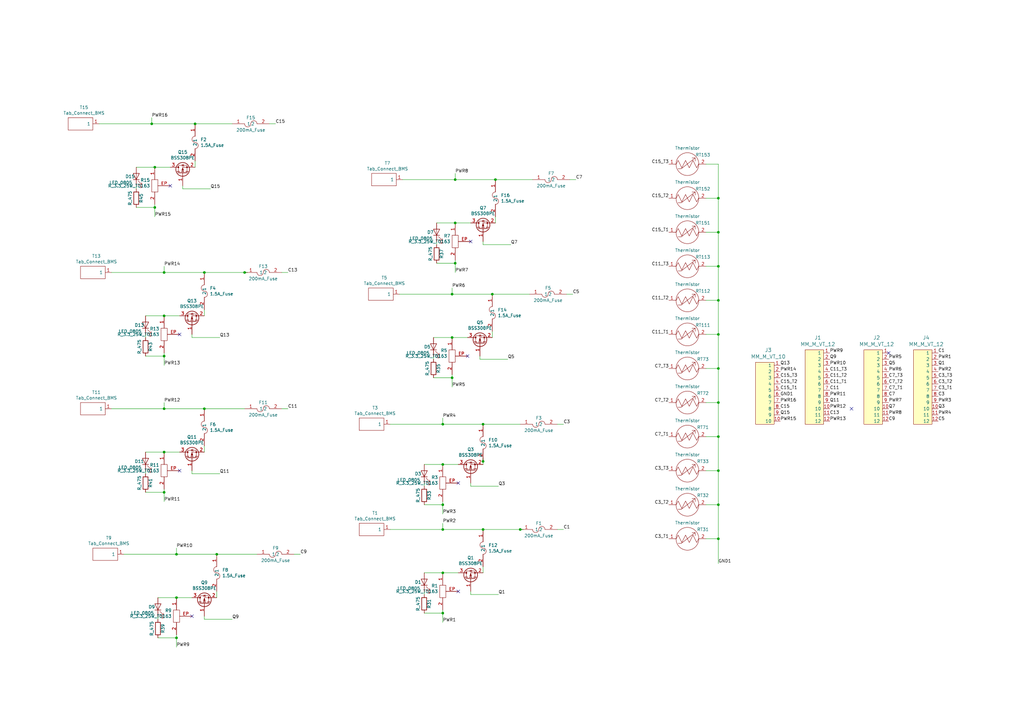
<source format=kicad_sch>
(kicad_sch (version 20211123) (generator eeschema)
  (paper "A3")
  (lib_symbols
    (symbol "formula:Tab_Connect_BMS" (pin_names (offset 1.016))
      (property "Reference" "T" (at 0 5.08 0))
      (property "Value" "Tab_Connect_BMS" (at 0 7.62 0))
      (symbol "Tab_Connect_BMS_0_1"
        (polyline (pts (xy -5.08 2.54) (xy 5.08 2.54) (xy 5.08 -2.54) (xy -5.08 -2.54) (xy -5.08 2.54)))
      )
      (symbol "Tab_Connect_BMS_1_1"
        (pin output line (at 7.62 0 180) (length 2.54) (name "1") (number "1"))
      )
    )
    (symbol "formula:1.5A_Fuse" (pin_names (offset 1.016))
      (property "Reference" "F" (at 0 3.81 0))
      (property "Value" "1.5A_Fuse" (at 0 -3.81 0))
      (symbol "1.5A_Fuse_0_1"
        (arc (start -2.54 0) (mid -1.27 -1.27) (end 0 0))
        (arc (start 1.27 1.27) (mid 0.3554 0.9071) (end 0 0))
        (arc (start 2.54 0) (mid 2.1771 0.9146) (end 1.27 1.27))
      )
      (symbol "1.5A_Fuse_1_1"
        (pin input line (at -7.62 0 0) (length 5.08) (name "1") (number "1"))
        (pin input line (at 7.62 0 180) (length 5.08) (name "2") (number "2"))
      )
    )
    (symbol "formula:200mA_Fuse" (pin_names (offset 1.016))
      (property "Reference" "F" (at 0 3.81 0))
      (property "Value" "200mA_Fuse" (at 0 -3.81 0))
      (symbol "200mA_Fuse_0_1"
        (arc (start -2.54 0) (mid -1.27 -1.27) (end 0 0))
        (arc (start 1.27 1.27) (mid 0.3554 0.9071) (end 0 0))
        (arc (start 2.54 0) (mid 2.1771 0.9146) (end 1.27 1.27))
      )
      (symbol "200mA_Fuse_1_1"
        (pin input line (at -7.62 0 0) (length 5.08) (name "1") (number "1"))
        (pin input line (at 7.62 0 180) (length 5.08) (name "2") (number "2"))
      )
    )
    (symbol "formula:BSS308PE" (pin_names (offset 0) hide)
      (property "Reference" "Q" (at 5.08 1.27 0))
      (property "Value" "BSS308PE" (at 5.08 -1.27 0))
      (symbol "BSS308PE_0_1"
        (polyline (pts (xy 0.0508 0) (xy 0.254 0)))
        (polyline (pts (xy 0.762 -1.778) (xy 2.54 -1.778)))
        (polyline (pts (xy 0.762 -1.27) (xy 0.762 -2.286)) (stroke (width 0.254)))
        (polyline (pts (xy 0.762 0) (xy 2.54 0)))
        (polyline (pts (xy 0.762 0.508) (xy 0.762 -0.508)) (stroke (width 0.254)))
        (polyline (pts (xy 0.762 1.778) (xy 2.54 1.778)))
        (polyline (pts (xy 0.762 2.286) (xy 0.762 1.27)) (stroke (width 0.254)))
        (polyline (pts (xy 2.54 -1.778) (xy 2.54 -2.54)))
        (polyline (pts (xy 2.54 -1.778) (xy 2.54 0)))
        (polyline (pts (xy 2.54 2.54) (xy 2.54 1.778)))
        (polyline (pts (xy 0.254 1.905) (xy 0.254 -1.905) (xy 0.254 -1.905)) (stroke (width 0.254)))
        (polyline (pts (xy 2.286 0) (xy 1.27 -0.381) (xy 1.27 0.381) (xy 2.286 0)) (fill (type outline)))
        (polyline (pts (xy 2.54 -1.778) (xy 3.302 -1.778) (xy 3.302 1.778) (xy 2.54 1.778)))
        (polyline (pts (xy 2.794 -0.508) (xy 2.921 -0.381) (xy 3.683 -0.381) (xy 3.81 -0.254)))
        (polyline (pts (xy 3.302 -0.381) (xy 2.921 0.254) (xy 3.683 0.254) (xy 3.302 -0.381)))
        (circle (center 1.651 0) (radius 2.8194) (stroke (width 0.254)))
        (circle (center 2.54 -1.778) (radius 0.2794) (fill (type outline)))
        (circle (center 2.54 1.778) (radius 0.2794) (fill (type outline)))
      )
      (symbol "BSS308PE_1_1"
        (pin input line (at -5.08 0 0) (length 5.08) (name "G") (number "1"))
        (pin passive line (at 2.54 -5.08 90) (length 2.54) (name "S") (number "2"))
        (pin passive line (at 2.54 5.08 270) (length 2.54) (name "D") (number "3"))
      )
    )
    (symbol "formula:LED_0805" (pin_numbers hide) (pin_names (offset 1.016) hide)
      (property "Reference" "D" (at 0 -2.54 0))
      (property "Value" "LED_0805" (at 0 2.54 0))
      (symbol "LED_0805_0_1"
        (polyline (pts (xy -1.27 -1.27) (xy -1.27 1.27)) (stroke (width 0.2032)))
        (polyline (pts (xy -1.27 0) (xy 1.27 0)))
        (polyline (pts (xy 1.27 -1.27) (xy 1.27 1.27) (xy -1.27 0) (xy 1.27 -1.27)) (stroke (width 0.2032)))
        (polyline (pts (xy -3.048 -0.762) (xy -4.572 -2.286) (xy -3.81 -2.286) (xy -4.572 -2.286) (xy -4.572 -1.524)))
        (polyline (pts (xy -1.778 -0.762) (xy -3.302 -2.286) (xy -2.54 -2.286) (xy -3.302 -2.286) (xy -3.302 -1.524)))
      )
      (symbol "LED_0805_1_1"
        (pin passive line (at -3.81 0 0) (length 2.54) (name "K") (number "1"))
        (pin passive line (at 3.81 0 180) (length 2.54) (name "A") (number "2"))
      )
    )
    (symbol "formula:MM_M_VT_10" (pin_names (offset 1.016))
      (property "Reference" "J" (at 0 19.05 0))
      (property "Value" "MM_M_VT_10" (at 0 -8.89 0))
      (symbol "MM_M_VT_10_0_1"
        (rectangle (start -3.81 17.78) (end 3.81 -7.62) (fill (type background)))
      )
      (symbol "MM_M_VT_10_1_1"
        (pin bidirectional line (at 6.35 16.51 180) (length 2.54) (name "1") (number "1"))
        (pin bidirectional line (at 6.35 -6.35 180) (length 2.54) (name "10") (number "10"))
        (pin bidirectional line (at 6.35 13.97 180) (length 2.54) (name "2") (number "2"))
        (pin bidirectional line (at 6.35 11.43 180) (length 2.54) (name "3") (number "3"))
        (pin bidirectional line (at 6.35 8.89 180) (length 2.54) (name "4") (number "4"))
        (pin bidirectional line (at 6.35 6.35 180) (length 2.54) (name "5") (number "5"))
        (pin bidirectional line (at 6.35 3.81 180) (length 2.54) (name "6") (number "6"))
        (pin bidirectional line (at 6.35 1.27 180) (length 2.54) (name "7") (number "7"))
        (pin bidirectional line (at 6.35 -1.27 180) (length 2.54) (name "8") (number "8"))
        (pin bidirectional line (at 6.35 -3.81 180) (length 2.54) (name "9") (number "9"))
      )
    )
    (symbol "formula:MM_M_VT_12" (pin_names (offset 1.016))
      (property "Reference" "J" (at -2.54 30.48 0))
      (property "Value" "MM_M_VT_12" (at -1.27 -2.54 0))
      (symbol "MM_M_VT_12_0_1"
        (rectangle (start -6.35 29.21) (end 1.27 -1.27) (fill (type background)))
      )
      (symbol "MM_M_VT_12_1_1"
        (pin bidirectional line (at 3.81 27.94 180) (length 2.54) (name "1") (number "1"))
        (pin bidirectional line (at 3.81 5.08 180) (length 2.54) (name "10") (number "10"))
        (pin bidirectional line (at 3.81 2.54 180) (length 2.54) (name "11") (number "11"))
        (pin bidirectional line (at 3.81 0 180) (length 2.54) (name "12") (number "12"))
        (pin bidirectional line (at 3.81 25.4 180) (length 2.54) (name "2") (number "2"))
        (pin bidirectional line (at 3.81 22.86 180) (length 2.54) (name "3") (number "3"))
        (pin bidirectional line (at 3.81 20.32 180) (length 2.54) (name "4") (number "4"))
        (pin bidirectional line (at 3.81 17.78 180) (length 2.54) (name "5") (number "5"))
        (pin bidirectional line (at 3.81 15.24 180) (length 2.54) (name "6") (number "6"))
        (pin bidirectional line (at 3.81 12.7 180) (length 2.54) (name "7") (number "7"))
        (pin bidirectional line (at 3.81 10.16 180) (length 2.54) (name "8") (number "8"))
        (pin bidirectional line (at 3.81 7.62 180) (length 2.54) (name "9") (number "9"))
      )
    )
    (symbol "formula:R_3.3_25W_TO163" (pin_names (offset 1.016))
      (property "Reference" "R" (at -3.81 3.81 0))
      (property "Value" "R_3.3_25W_TO163" (at 0 -2.54 0))
      (symbol "R_3.3_25W_TO163_0_1"
        (rectangle (start 2.54 -1.27) (end -2.54 1.27))
      )
      (symbol "R_3.3_25W_TO163_1_1"
        (pin input line (at -7.62 0 0) (length 5.08) (name "~") (number "1"))
        (pin input line (at 7.62 0 180) (length 5.08) (name "~") (number "2"))
        (pin input line (at 0 6.35 270) (length 5.08) (name "~") (number "EP"))
      )
    )
    (symbol "formula:R_475" (pin_numbers hide) (pin_names (offset 0))
      (property "Reference" "R" (at 2.032 0 90))
      (property "Value" "R_475" (at -2.54 0 90))
      (symbol "R_475_0_1"
        (rectangle (start -1.016 -2.54) (end 1.016 2.54) (stroke (width 0.254)))
      )
      (symbol "R_475_1_1"
        (pin passive line (at 0 3.81 270) (length 1.27) (name "~") (number "1"))
        (pin passive line (at 0 -3.81 90) (length 1.27) (name "~") (number "2"))
      )
    )
    (symbol "formula:Thermistor" (pin_names (offset 1.016))
      (property "Reference" "RT" (at 0 -6.096 0))
      (property "Value" "Thermistor" (at 0 6.096 0))
      (symbol "Thermistor_0_1"
        (polyline (pts (xy -5.08 0) (xy -4.572 0)))
        (polyline (pts (xy -2.54 -1.905) (xy -3.81 -1.905)))
        (polyline (pts (xy 3.175 2.54) (xy 3.175 1.27)))
        (polyline (pts (xy 5.08 0) (xy 4.572 0)))
        (polyline (pts (xy -2.54 -1.905) (xy 3.175 2.54) (xy 1.905 2.54)))
        (polyline (pts (xy -4.572 0) (xy -3.81 1.524) (xy -2.286 -1.524) (xy -0.762 1.524) (xy 0.762 -1.524) (xy 2.286 1.524) (xy 3.81 -1.524) (xy 4.572 0)))
        (circle (center 0 0) (radius 4.6736))
      )
      (symbol "Thermistor_1_1"
        (pin input line (at -7.62 0 0) (length 2.54) (name "~") (number "1"))
        (pin input line (at 7.62 0 180) (length 2.54) (name "~") (number "2"))
      )
    )
  )
  (junction (at 198.12 173.99))
  (junction (at 198.12 217.17))
  (junction (at 100.33 111.76))
  (junction (at 63.5 68.58))
  (junction (at 67.31 201.93))
  (junction (at 294.64 179.07))
  (junction (at 67.31 185.42))
  (junction (at 213.36 217.17))
  (junction (at 88.9 227.33))
  (junction (at 181.61 207.01))
  (junction (at 181.61 251.46))
  (junction (at 294.64 81.28))
  (junction (at 63.5 85.09))
  (junction (at 67.31 146.05))
  (junction (at 83.82 111.76))
  (junction (at 185.42 120.65))
  (junction (at 185.42 154.94))
  (junction (at 201.93 120.65))
  (junction (at 203.2 73.66))
  (junction (at 62.23 50.8))
  (junction (at 294.64 151.13))
  (junction (at 294.64 109.22))
  (junction (at 294.64 165.1))
  (junction (at 294.64 193.04))
  (junction (at 294.64 220.98))
  (junction (at 67.31 129.54))
  (junction (at 186.69 107.95))
  (junction (at 72.39 227.33))
  (junction (at 185.42 138.43))
  (junction (at 67.31 111.76))
  (junction (at 186.69 91.44))
  (junction (at 83.82 167.64))
  (junction (at 181.61 217.17))
  (junction (at 181.61 190.5))
  (junction (at 72.39 261.62))
  (junction (at 294.64 207.01))
  (junction (at 294.64 95.25))
  (junction (at 181.61 234.95))
  (junction (at 294.64 137.16))
  (junction (at 294.64 123.19))
  (junction (at 198.12 189.23))
  (junction (at 72.39 245.11))
  (junction (at 67.31 167.64))
  (junction (at 80.01 50.8))
  (junction (at 181.61 173.99))
  (junction (at 186.69 73.66))
  (no_connect (at 187.96 198.12))
  (no_connect (at 73.66 193.04))
  (no_connect (at 191.77 146.05))
  (no_connect (at 73.66 137.16))
  (no_connect (at 349.25 167.64))
  (no_connect (at 187.96 242.57))
  (no_connect (at 364.49 144.78))
  (no_connect (at 78.74 252.73))
  (no_connect (at 69.85 76.2))
  (no_connect (at 193.04 99.06))
  (wire (pts (xy 45.72 167.64) (xy 67.31 167.64)))
  (wire (pts (xy 181.61 173.99) (xy 198.12 173.99)))
  (wire (pts (xy 289.56 151.13) (xy 294.64 151.13)))
  (wire (pts (xy 185.42 120.65) (xy 201.93 120.65)))
  (wire (pts (xy 62.23 50.8) (xy 80.01 50.8)))
  (wire (pts (xy 294.64 67.31) (xy 294.64 81.28)))
  (wire (pts (xy 160.02 173.99) (xy 181.61 173.99)))
  (wire (pts (xy 110.49 50.8) (xy 113.03 50.8)))
  (wire (pts (xy 193.04 199.39) (xy 204.47 199.39)))
  (wire (pts (xy 177.8 154.94) (xy 185.42 154.94)))
  (wire (pts (xy 63.5 83.82) (xy 63.5 85.09)))
  (wire (pts (xy 67.31 144.78) (xy 67.31 146.05)))
  (wire (pts (xy 289.56 137.16) (xy 294.64 137.16)))
  (wire (pts (xy 177.8 138.43) (xy 185.42 138.43)))
  (wire (pts (xy 228.6 217.17) (xy 231.14 217.17)))
  (wire (pts (xy 72.39 245.11) (xy 78.74 245.11)))
  (wire (pts (xy 83.82 167.64) (xy 100.33 167.64)))
  (wire (pts (xy 203.2 73.66) (xy 218.44 73.66)))
  (wire (pts (xy 198.12 173.99) (xy 213.36 173.99)))
  (wire (pts (xy 289.56 95.25) (xy 294.64 95.25)))
  (wire (pts (xy 198.12 100.33) (xy 198.12 99.06)))
  (wire (pts (xy 289.56 81.28) (xy 294.64 81.28)))
  (wire (pts (xy 88.9 242.57) (xy 88.9 245.11)))
  (wire (pts (xy 198.12 189.23) (xy 198.12 190.5)))
  (wire (pts (xy 80.01 66.04) (xy 80.01 68.58)))
  (wire (pts (xy 55.88 68.58) (xy 63.5 68.58)))
  (wire (pts (xy 83.82 182.88) (xy 83.82 185.42)))
  (wire (pts (xy 289.56 123.19) (xy 294.64 123.19)))
  (wire (pts (xy 63.5 85.09) (xy 63.5 88.9)))
  (wire (pts (xy 120.65 227.33) (xy 123.19 227.33)))
  (wire (pts (xy 67.31 167.64) (xy 83.82 167.64)))
  (wire (pts (xy 55.88 85.09) (xy 63.5 85.09)))
  (wire (pts (xy 83.82 254) (xy 95.25 254)))
  (wire (pts (xy 59.69 185.42) (xy 67.31 185.42)))
  (wire (pts (xy 193.04 199.39) (xy 193.04 198.12)))
  (wire (pts (xy 62.23 48.26) (xy 62.23 50.8)))
  (wire (pts (xy 201.93 120.65) (xy 217.17 120.65)))
  (wire (pts (xy 67.31 185.42) (xy 73.66 185.42)))
  (wire (pts (xy 196.85 147.32) (xy 208.28 147.32)))
  (wire (pts (xy 289.56 220.98) (xy 294.64 220.98)))
  (wire (pts (xy 115.57 111.76) (xy 118.11 111.76)))
  (wire (pts (xy 72.39 261.62) (xy 72.39 265.43)))
  (wire (pts (xy 173.99 234.95) (xy 181.61 234.95)))
  (wire (pts (xy 232.41 120.65) (xy 234.95 120.65)))
  (wire (pts (xy 213.36 217.17) (xy 214.63 217.17)))
  (wire (pts (xy 181.61 205.74) (xy 181.61 207.01)))
  (wire (pts (xy 289.56 165.1) (xy 294.64 165.1)))
  (wire (pts (xy 64.77 252.73) (xy 64.77 254)))
  (wire (pts (xy 67.31 200.66) (xy 67.31 201.93)))
  (wire (pts (xy 72.39 260.35) (xy 72.39 261.62)))
  (wire (pts (xy 294.64 109.22) (xy 294.64 123.19)))
  (wire (pts (xy 63.5 68.58) (xy 69.85 68.58)))
  (wire (pts (xy 83.82 127) (xy 83.82 129.54)))
  (wire (pts (xy 186.69 71.12) (xy 186.69 73.66)))
  (wire (pts (xy 67.31 129.54) (xy 73.66 129.54)))
  (wire (pts (xy 196.85 147.32) (xy 196.85 146.05)))
  (wire (pts (xy 186.69 106.68) (xy 186.69 107.95)))
  (wire (pts (xy 173.99 207.01) (xy 181.61 207.01)))
  (wire (pts (xy 173.99 190.5) (xy 181.61 190.5)))
  (wire (pts (xy 72.39 227.33) (xy 88.9 227.33)))
  (wire (pts (xy 74.93 77.47) (xy 74.93 76.2)))
  (wire (pts (xy 67.31 165.1) (xy 67.31 167.64)))
  (wire (pts (xy 59.69 193.04) (xy 59.69 194.31)))
  (wire (pts (xy 64.77 245.11) (xy 72.39 245.11)))
  (wire (pts (xy 198.12 187.96) (xy 198.12 189.23)))
  (wire (pts (xy 294.64 81.28) (xy 294.64 95.25)))
  (wire (pts (xy 59.69 146.05) (xy 67.31 146.05)))
  (wire (pts (xy 72.39 224.79) (xy 72.39 227.33)))
  (wire (pts (xy 88.9 227.33) (xy 105.41 227.33)))
  (wire (pts (xy 181.61 214.63) (xy 181.61 217.17)))
  (wire (pts (xy 185.42 138.43) (xy 191.77 138.43)))
  (wire (pts (xy 289.56 207.01) (xy 294.64 207.01)))
  (wire (pts (xy 78.74 138.43) (xy 90.17 138.43)))
  (wire (pts (xy 67.31 201.93) (xy 67.31 205.74)))
  (wire (pts (xy 294.64 193.04) (xy 294.64 207.01)))
  (wire (pts (xy 59.69 129.54) (xy 67.31 129.54)))
  (wire (pts (xy 173.99 251.46) (xy 181.61 251.46)))
  (wire (pts (xy 67.31 111.76) (xy 83.82 111.76)))
  (wire (pts (xy 55.88 76.2) (xy 55.88 77.47)))
  (wire (pts (xy 193.04 243.84) (xy 193.04 242.57)))
  (wire (pts (xy 177.8 146.05) (xy 177.8 147.32)))
  (wire (pts (xy 228.6 173.99) (xy 231.14 173.99)))
  (wire (pts (xy 294.64 207.01) (xy 294.64 220.98)))
  (wire (pts (xy 294.64 151.13) (xy 294.64 165.1)))
  (wire (pts (xy 181.61 171.45) (xy 181.61 173.99)))
  (wire (pts (xy 45.72 111.76) (xy 67.31 111.76)))
  (wire (pts (xy 173.99 242.57) (xy 173.99 243.84)))
  (wire (pts (xy 50.8 227.33) (xy 72.39 227.33)))
  (wire (pts (xy 181.61 251.46) (xy 181.61 255.27)))
  (wire (pts (xy 289.56 109.22) (xy 294.64 109.22)))
  (wire (pts (xy 181.61 234.95) (xy 187.96 234.95)))
  (wire (pts (xy 233.68 73.66) (xy 236.22 73.66)))
  (wire (pts (xy 198.12 232.41) (xy 198.12 234.95)))
  (wire (pts (xy 78.74 138.43) (xy 78.74 137.16)))
  (wire (pts (xy 173.99 198.12) (xy 173.99 199.39)))
  (wire (pts (xy 59.69 137.16) (xy 59.69 138.43)))
  (wire (pts (xy 294.64 165.1) (xy 294.64 179.07)))
  (wire (pts (xy 59.69 201.93) (xy 67.31 201.93)))
  (wire (pts (xy 186.69 91.44) (xy 193.04 91.44)))
  (wire (pts (xy 294.64 137.16) (xy 294.64 151.13)))
  (wire (pts (xy 163.83 120.65) (xy 185.42 120.65)))
  (wire (pts (xy 181.61 217.17) (xy 198.12 217.17)))
  (wire (pts (xy 80.01 50.8) (xy 95.25 50.8)))
  (wire (pts (xy 186.69 107.95) (xy 186.69 111.76)))
  (wire (pts (xy 78.74 194.31) (xy 78.74 193.04)))
  (wire (pts (xy 289.56 193.04) (xy 294.64 193.04)))
  (wire (pts (xy 160.02 217.17) (xy 181.61 217.17)))
  (wire (pts (xy 179.07 91.44) (xy 186.69 91.44)))
  (wire (pts (xy 40.64 50.8) (xy 62.23 50.8)))
  (wire (pts (xy 181.61 207.01) (xy 181.61 210.82)))
  (wire (pts (xy 179.07 107.95) (xy 186.69 107.95)))
  (wire (pts (xy 294.64 123.19) (xy 294.64 137.16)))
  (wire (pts (xy 185.42 118.11) (xy 185.42 120.65)))
  (wire (pts (xy 181.61 190.5) (xy 187.96 190.5)))
  (wire (pts (xy 198.12 217.17) (xy 213.36 217.17)))
  (wire (pts (xy 67.31 146.05) (xy 67.31 149.86)))
  (wire (pts (xy 83.82 254) (xy 83.82 252.73)))
  (wire (pts (xy 198.12 100.33) (xy 209.55 100.33)))
  (wire (pts (xy 203.2 88.9) (xy 203.2 91.44)))
  (wire (pts (xy 181.61 250.19) (xy 181.61 251.46)))
  (wire (pts (xy 165.1 73.66) (xy 186.69 73.66)))
  (wire (pts (xy 289.56 179.07) (xy 294.64 179.07)))
  (wire (pts (xy 74.93 77.47) (xy 86.36 77.47)))
  (wire (pts (xy 185.42 153.67) (xy 185.42 154.94)))
  (wire (pts (xy 115.57 167.64) (xy 118.11 167.64)))
  (wire (pts (xy 193.04 243.84) (xy 204.47 243.84)))
  (wire (pts (xy 78.74 194.31) (xy 90.17 194.31)))
  (wire (pts (xy 185.42 158.75) (xy 185.42 154.94)))
  (wire (pts (xy 64.77 261.62) (xy 72.39 261.62)))
  (wire (pts (xy 294.64 220.98) (xy 294.64 231.14)))
  (wire (pts (xy 179.07 99.06) (xy 179.07 100.33)))
  (wire (pts (xy 294.64 95.25) (xy 294.64 109.22)))
  (wire (pts (xy 67.31 109.22) (xy 67.31 111.76)))
  (wire (pts (xy 100.33 111.76) (xy 101.6 111.76)))
  (wire (pts (xy 294.64 179.07) (xy 294.64 193.04)))
  (wire (pts (xy 289.56 67.31) (xy 294.64 67.31)))
  (wire (pts (xy 83.82 111.76) (xy 100.33 111.76)))
  (wire (pts (xy 186.69 73.66) (xy 203.2 73.66)))
  (wire (pts (xy 201.93 135.89) (xy 201.93 138.43)))
  (label "PWR11" (at 340.36 162.56 0))
  (label "PWR16" (at 62.23 48.26 0))
  (label "Q9" (at 340.36 147.32 0))
  (label "C3_T2" (at 384.81 157.48 0))
  (label "PWR15" (at 63.5 88.9 0))
  (label "Q13" (at 320.04 149.86 0))
  (label "C3_T1" (at 384.81 160.02 0))
  (label "C7_T1" (at 274.32 179.07 180))
  (label "C11_T2" (at 274.32 123.19 180))
  (label "C15" (at 113.03 50.8 0))
  (label "PWR16" (at 320.04 165.1 0))
  (label "Q1" (at 204.47 243.84 0))
  (label "C15" (at 320.04 167.64 0))
  (label "PWR7" (at 364.49 165.1 0))
  (label "C15_T1" (at 320.04 160.02 0))
  (label "Q5" (at 208.28 147.32 0))
  (label "PWR9" (at 72.39 265.43 0))
  (label "GND1" (at 294.64 231.14 0))
  (label "Q9" (at 95.25 254 0))
  (label "PWR13" (at 340.36 172.72 0))
  (label "C15_T3" (at 320.04 154.94 0))
  (label "Q11" (at 340.36 165.1 0))
  (label "C11" (at 118.11 167.64 0))
  (label "C3" (at 231.14 173.99 0))
  (label "C11_T1" (at 340.36 157.48 0))
  (label "PWR5" (at 364.49 147.32 0))
  (label "PWR7" (at 186.69 111.76 0))
  (label "PWR13" (at 67.31 149.86 0))
  (label "PWR12" (at 340.36 167.64 0))
  (label "Q5" (at 364.49 149.86 0))
  (label "C9" (at 123.19 227.33 0))
  (label "C11_T3" (at 274.32 109.22 180))
  (label "PWR6" (at 185.42 118.11 0))
  (label "C5" (at 384.81 172.72 0))
  (label "PWR1" (at 384.81 147.32 0))
  (label "PWR2" (at 384.81 152.4 0))
  (label "C13" (at 118.11 111.76 0))
  (label "PWR3" (at 181.61 210.82 0))
  (label "C9" (at 364.49 172.72 0))
  (label "C15_T2" (at 274.32 81.28 180))
  (label "C7_T2" (at 364.49 157.48 0))
  (label "PWR10" (at 340.36 149.86 0))
  (label "C15_T1" (at 274.32 95.25 180))
  (label "C3_T3" (at 274.32 193.04 180))
  (label "PWR11" (at 67.31 205.74 0))
  (label "Q3" (at 384.81 167.64 0))
  (label "GND1" (at 320.04 162.56 0))
  (label "PWR14" (at 67.31 109.22 0))
  (label "Q7" (at 364.49 167.64 0))
  (label "C3_T2" (at 274.32 207.01 180))
  (label "C11_T3" (at 340.36 152.4 0))
  (label "PWR6" (at 364.49 152.4 0))
  (label "Q15" (at 320.04 170.18 0))
  (label "C7" (at 236.22 73.66 0))
  (label "C7_T3" (at 364.49 154.94 0))
  (label "C11_T2" (at 340.36 154.94 0))
  (label "C11_T1" (at 274.32 137.16 180))
  (label "C1" (at 384.81 144.78 0))
  (label "C13" (at 340.36 170.18 0))
  (label "C3" (at 384.81 162.56 0))
  (label "Q7" (at 209.55 100.33 0))
  (label "Q13" (at 90.17 138.43 0))
  (label "PWR14" (at 320.04 152.4 0))
  (label "C3_T3" (at 384.81 154.94 0))
  (label "C7" (at 364.49 162.56 0))
  (label "C15_T2" (at 320.04 157.48 0))
  (label "Q1" (at 384.81 149.86 0))
  (label "PWR12" (at 67.31 165.1 0))
  (label "Q15" (at 86.36 77.47 0))
  (label "C11" (at 340.36 160.02 0))
  (label "C5" (at 234.95 120.65 0))
  (label "PWR9" (at 340.36 144.78 0))
  (label "C3_T1" (at 274.32 220.98 180))
  (label "C15_T3" (at 274.32 67.31 180))
  (label "C1" (at 231.14 217.17 0))
  (label "PWR4" (at 181.61 171.45 0))
  (label "PWR10" (at 72.39 224.79 0))
  (label "PWR8" (at 186.69 71.12 0))
  (label "C7_T3" (at 274.32 151.13 180))
  (label "PWR2" (at 181.61 214.63 0))
  (label "PWR4" (at 384.81 170.18 0))
  (label "PWR15" (at 320.04 172.72 0))
  (label "C7_T1" (at 364.49 160.02 0))
  (label "Q3" (at 204.47 199.39 0))
  (label "PWR5" (at 185.42 158.75 0))
  (label "PWR8" (at 364.49 170.18 0))
  (label "Q11" (at 90.17 194.31 0))
  (label "C7_T2" (at 274.32 165.1 180))
  (label "PWR1" (at 181.61 255.27 0))
  (label "PWR3" (at 384.81 165.1 0))
  (symbol (lib_id "formula:Thermistor") (at 281.94 67.31 0) (unit 1)
    (property "Reference" "RT153" (at 288.29 63.5 0))
    (property "Value" "Thermistor" (at 281.94 60.7568 0))
    (property "Footprint" "footprints:Thermistor" (effects hide))
  )
  (symbol (lib_id "formula:Thermistor") (at 281.94 81.28 0) (unit 1)
    (property "Reference" "RT152" (at 288.29 77.47 0))
    (property "Value" "Thermistor" (at 281.94 74.7268 0))
    (property "Footprint" "footprints:Thermistor" (effects hide))
  )
  (symbol (lib_id "formula:Thermistor") (at 281.94 95.25 0) (unit 1)
    (property "Reference" "RT151" (at 288.29 91.44 0))
    (property "Value" "Thermistor" (at 281.94 88.6968 0))
    (property "Footprint" "footprints:Thermistor" (effects hide))
  )
  (symbol (lib_id "formula:Thermistor") (at 281.94 109.22 0) (unit 1)
    (property "Reference" "RT113" (at 288.29 105.41 0))
    (property "Value" "Thermistor" (at 281.94 102.6668 0))
    (property "Footprint" "footprints:Thermistor" (effects hide))
  )
  (symbol (lib_id "formula:Thermistor") (at 281.94 123.19 0) (unit 1)
    (property "Reference" "RT112" (at 288.29 119.38 0))
    (property "Value" "Thermistor" (at 281.94 116.6368 0))
    (property "Footprint" "footprints:Thermistor" (effects hide))
  )
  (symbol (lib_id "formula:Thermistor") (at 281.94 137.16 0) (unit 1)
    (property "Reference" "RT111" (at 288.29 133.35 0))
    (property "Value" "Thermistor" (at 281.94 130.6068 0))
    (property "Footprint" "footprints:Thermistor" (effects hide))
  )
  (symbol (lib_id "formula:Thermistor") (at 281.94 151.13 0) (unit 1)
    (property "Reference" "RT73" (at 288.29 147.32 0))
    (property "Value" "Thermistor" (at 281.94 144.5768 0))
    (property "Footprint" "footprints:Thermistor" (effects hide))
  )
  (symbol (lib_id "formula:Thermistor") (at 281.94 165.1 0) (unit 1)
    (property "Reference" "RT72" (at 288.29 161.29 0))
    (property "Value" "Thermistor" (at 281.94 158.5468 0))
    (property "Footprint" "footprints:Thermistor" (effects hide))
  )
  (symbol (lib_id "formula:Thermistor") (at 281.94 179.07 0) (unit 1)
    (property "Reference" "RT71" (at 288.29 175.26 0))
    (property "Value" "Thermistor" (at 281.94 172.5168 0))
    (property "Footprint" "footprints:Thermistor" (effects hide))
  )
  (symbol (lib_id "formula:Thermistor") (at 281.94 193.04 0) (unit 1)
    (property "Reference" "RT33" (at 288.29 189.23 0))
    (property "Value" "Thermistor" (at 281.94 186.4868 0))
    (property "Footprint" "footprints:Thermistor" (effects hide))
  )
  (symbol (lib_id "formula:Thermistor") (at 281.94 207.01 0) (unit 1)
    (property "Reference" "RT32" (at 288.29 203.2 0))
    (property "Value" "Thermistor" (at 281.94 200.4568 0))
    (property "Footprint" "footprints:Thermistor" (effects hide))
  )
  (symbol (lib_id "formula:Thermistor") (at 281.94 220.98 0) (unit 1)
    (property "Reference" "RT31" (at 288.29 217.17 0))
    (property "Value" "Thermistor" (at 281.94 214.4268 0))
    (property "Footprint" "footprints:Thermistor" (effects hide))
  )
  (symbol (lib_id "formula:LED_0805") (at 55.88 72.39 90) (unit 1)
    (property "Reference" "D15" (at 53.34 72.39 90))
    (property "Value" "LED_0805" (at 49.53 74.93 90))
    (property "Footprint" "footprints:LED_0805_OEM" (effects hide))
    (property "Datasheet" "http://www.osram-os.com/Graphics/XPic9/00078860_0.pdf" (effects hide))
    (property "MFN" "DK" (effects hide))
    (property "MPN" "475-1410-1-ND" (effects hide))
    (property "PurchasingLink" "https://www.digikey.com/products/en?keywords=475-1410-1-ND" (effects hide))
  )
  (symbol (lib_id "formula:R_475") (at 55.88 81.28 0) (unit 1)
    (property "Reference" "R45" (at 57.912 81.28 90))
    (property "Value" "R_475" (at 53.34 81.28 90))
    (property "Footprint" "footprints:R_0805_OEM" (effects hide))
    (property "Datasheet" "http://www.yageo.com.tw/exep/pages/download/literatures/PYu-R_INT-thick_7.pdf" (effects hide))
    (property "MFN" "DK" (effects hide))
    (property "MPN" "311-475CRCT-ND" (effects hide))
    (property "PurchasingLink" "https://www.digikey.com/products/en?keywords=311-475CRCT-ND" (effects hide))
  )
  (symbol (lib_id "formula:BSS308PE") (at 74.93 71.12 90) (unit 1)
    (property "Reference" "Q15" (at 74.93 62.4078 90))
    (property "Value" "BSS308PE" (at 74.93 64.7192 90))
    (property "Footprint" "footprints:SOT-23-3_OEM" (effects hide))
    (property "Datasheet" "https://www.infineon.com/dgdl/BSS308PE_Rev2.03.pdf?folderId=db3a304314dca38901154a72e3951a65&fileId=db3a304330f686060131099c80400073" (effects hide))
    (property "MFN" "DK" (effects hide))
    (property "MPN" "BSS308PEH6327XTSA1CT-ND" (effects hide))
    (property "PurchasingLink" "https://www.digikey.com/products/en/discrete-semiconductor-products/transistors-fets-mosfets-single/278?k=bss308pe&k=&pkeyword=bss308pe&pv7=2&pv1989=0&sf=0&quantity=&ColumnSort=0&page=1&stock=1&datasheet=1&pageSize=25" (effects hide))
  )
  (symbol (lib_id "formula:R_3.3_25W_TO163") (at 63.5 76.2 270) (unit 1)
    (property "Reference" "R15" (at 61.5188 73.8886 90) (effects (justify right)))
    (property "Value" "R_3.3_25W_TO163" (at 61.5188 76.2 90) (effects (justify right)))
    (property "Footprint" "footprints:PWR163" (effects hide))
    (property "Datasheet" "https://www.bourns.com/docs/Product-Datasheets/PWR163.pdf" (effects hide))
    (property "MFN" "DK" (effects hide))
    (property "MPN" "PWR163S-25-3R30F-ND" (effects hide))
    (property "PurchasingLink" "https://www.digikey.com/products/en?keywords=PWR163S-25-3R30F-ND" (effects hide))
  )
  (symbol (lib_id "formula:LED_0805") (at 59.69 189.23 90) (unit 1)
    (property "Reference" "D11" (at 57.15 189.23 90))
    (property "Value" "LED_0805" (at 53.34 191.77 90))
    (property "Footprint" "footprints:LED_0805_OEM" (effects hide))
    (property "Datasheet" "http://www.osram-os.com/Graphics/XPic9/00078860_0.pdf" (effects hide))
    (property "MFN" "DK" (effects hide))
    (property "MPN" "475-1410-1-ND" (effects hide))
    (property "PurchasingLink" "https://www.digikey.com/products/en?keywords=475-1410-1-ND" (effects hide))
  )
  (symbol (lib_id "formula:R_475") (at 59.69 198.12 0) (unit 1)
    (property "Reference" "R41" (at 61.722 198.12 90))
    (property "Value" "R_475" (at 57.15 198.12 90))
    (property "Footprint" "footprints:R_0805_OEM" (effects hide))
    (property "Datasheet" "http://www.yageo.com.tw/exep/pages/download/literatures/PYu-R_INT-thick_7.pdf" (effects hide))
    (property "MFN" "DK" (effects hide))
    (property "MPN" "311-475CRCT-ND" (effects hide))
    (property "PurchasingLink" "https://www.digikey.com/products/en?keywords=311-475CRCT-ND" (effects hide))
  )
  (symbol (lib_id "formula:BSS308PE") (at 78.74 187.96 90) (unit 1)
    (property "Reference" "Q11" (at 78.74 179.2478 90))
    (property "Value" "BSS308PE" (at 78.74 181.5592 90))
    (property "Footprint" "footprints:SOT-23-3_OEM" (effects hide))
    (property "Datasheet" "https://www.infineon.com/dgdl/BSS308PE_Rev2.03.pdf?folderId=db3a304314dca38901154a72e3951a65&fileId=db3a304330f686060131099c80400073" (effects hide))
    (property "MFN" "DK" (effects hide))
    (property "MPN" "BSS308PEH6327XTSA1CT-ND" (effects hide))
    (property "PurchasingLink" "https://www.digikey.com/products/en/discrete-semiconductor-products/transistors-fets-mosfets-single/278?k=bss308pe&k=&pkeyword=bss308pe&pv7=2&pv1989=0&sf=0&quantity=&ColumnSort=0&page=1&stock=1&datasheet=1&pageSize=25" (effects hide))
  )
  (symbol (lib_id "formula:R_3.3_25W_TO163") (at 67.31 193.04 270) (unit 1)
    (property "Reference" "R11" (at 65.3288 190.7286 90) (effects (justify right)))
    (property "Value" "R_3.3_25W_TO163" (at 65.3288 193.04 90) (effects (justify right)))
    (property "Footprint" "footprints:PWR163" (effects hide))
    (property "Datasheet" "https://www.bourns.com/docs/Product-Datasheets/PWR163.pdf" (effects hide))
    (property "MFN" "DK" (effects hide))
    (property "MPN" "PWR163S-25-3R30F-ND" (effects hide))
    (property "PurchasingLink" "https://www.digikey.com/products/en?keywords=PWR163S-25-3R30F-ND" (effects hide))
  )
  (symbol (lib_id "formula:LED_0805") (at 64.77 248.92 90) (unit 1)
    (property "Reference" "D9" (at 62.23 248.92 90))
    (property "Value" "LED_0805" (at 58.42 251.46 90))
    (property "Footprint" "footprints:LED_0805_OEM" (effects hide))
    (property "Datasheet" "http://www.osram-os.com/Graphics/XPic9/00078860_0.pdf" (effects hide))
    (property "MFN" "DK" (effects hide))
    (property "MPN" "475-1410-1-ND" (effects hide))
    (property "PurchasingLink" "https://www.digikey.com/products/en?keywords=475-1410-1-ND" (effects hide))
  )
  (symbol (lib_id "formula:R_475") (at 64.77 257.81 0) (unit 1)
    (property "Reference" "R39" (at 66.802 257.81 90))
    (property "Value" "R_475" (at 62.23 257.81 90))
    (property "Footprint" "footprints:R_0805_OEM" (effects hide))
    (property "Datasheet" "http://www.yageo.com.tw/exep/pages/download/literatures/PYu-R_INT-thick_7.pdf" (effects hide))
    (property "MFN" "DK" (effects hide))
    (property "MPN" "311-475CRCT-ND" (effects hide))
    (property "PurchasingLink" "https://www.digikey.com/products/en?keywords=311-475CRCT-ND" (effects hide))
  )
  (symbol (lib_id "formula:BSS308PE") (at 83.82 247.65 90) (unit 1)
    (property "Reference" "Q9" (at 83.82 238.9378 90))
    (property "Value" "BSS308PE" (at 83.82 241.2492 90))
    (property "Footprint" "footprints:SOT-23-3_OEM" (effects hide))
    (property "Datasheet" "https://www.infineon.com/dgdl/BSS308PE_Rev2.03.pdf?folderId=db3a304314dca38901154a72e3951a65&fileId=db3a304330f686060131099c80400073" (effects hide))
    (property "MFN" "DK" (effects hide))
    (property "MPN" "BSS308PEH6327XTSA1CT-ND" (effects hide))
    (property "PurchasingLink" "https://www.digikey.com/products/en/discrete-semiconductor-products/transistors-fets-mosfets-single/278?k=bss308pe&k=&pkeyword=bss308pe&pv7=2&pv1989=0&sf=0&quantity=&ColumnSort=0&page=1&stock=1&datasheet=1&pageSize=25" (effects hide))
  )
  (symbol (lib_id "formula:R_3.3_25W_TO163") (at 72.39 252.73 270) (unit 1)
    (property "Reference" "R9" (at 70.4088 250.4186 90) (effects (justify right)))
    (property "Value" "R_3.3_25W_TO163" (at 70.4088 252.73 90) (effects (justify right)))
    (property "Footprint" "footprints:PWR163" (effects hide))
    (property "Datasheet" "https://www.bourns.com/docs/Product-Datasheets/PWR163.pdf" (effects hide))
    (property "MFN" "DK" (effects hide))
    (property "MPN" "PWR163S-25-3R30F-ND" (effects hide))
    (property "PurchasingLink" "https://www.digikey.com/products/en?keywords=PWR163S-25-3R30F-ND" (effects hide))
  )
  (symbol (lib_id "formula:LED_0805") (at 179.07 95.25 90) (unit 1)
    (property "Reference" "D7" (at 176.53 95.25 90))
    (property "Value" "LED_0805" (at 172.72 97.79 90))
    (property "Footprint" "footprints:LED_0805_OEM" (effects hide))
    (property "Datasheet" "http://www.osram-os.com/Graphics/XPic9/00078860_0.pdf" (effects hide))
    (property "MFN" "DK" (effects hide))
    (property "MPN" "475-1410-1-ND" (effects hide))
    (property "PurchasingLink" "https://www.digikey.com/products/en?keywords=475-1410-1-ND" (effects hide))
  )
  (symbol (lib_id "formula:R_475") (at 179.07 104.14 0) (unit 1)
    (property "Reference" "R37" (at 181.102 104.14 90))
    (property "Value" "R_475" (at 176.53 104.14 90))
    (property "Footprint" "footprints:R_0805_OEM" (effects hide))
    (property "Datasheet" "http://www.yageo.com.tw/exep/pages/download/literatures/PYu-R_INT-thick_7.pdf" (effects hide))
    (property "MFN" "DK" (effects hide))
    (property "MPN" "311-475CRCT-ND" (effects hide))
    (property "PurchasingLink" "https://www.digikey.com/products/en?keywords=311-475CRCT-ND" (effects hide))
  )
  (symbol (lib_id "formula:BSS308PE") (at 198.12 93.98 90) (unit 1)
    (property "Reference" "Q7" (at 198.12 85.2678 90))
    (property "Value" "BSS308PE" (at 198.12 87.5792 90))
    (property "Footprint" "footprints:SOT-23-3_OEM" (effects hide))
    (property "Datasheet" "https://www.infineon.com/dgdl/BSS308PE_Rev2.03.pdf?folderId=db3a304314dca38901154a72e3951a65&fileId=db3a304330f686060131099c80400073" (effects hide))
    (property "MFN" "DK" (effects hide))
    (property "MPN" "BSS308PEH6327XTSA1CT-ND" (effects hide))
    (property "PurchasingLink" "https://www.digikey.com/products/en/discrete-semiconductor-products/transistors-fets-mosfets-single/278?k=bss308pe&k=&pkeyword=bss308pe&pv7=2&pv1989=0&sf=0&quantity=&ColumnSort=0&page=1&stock=1&datasheet=1&pageSize=25" (effects hide))
  )
  (symbol (lib_id "formula:R_3.3_25W_TO163") (at 186.69 99.06 270) (unit 1)
    (property "Reference" "R7" (at 184.7088 96.7486 90) (effects (justify right)))
    (property "Value" "R_3.3_25W_TO163" (at 184.7088 99.06 90) (effects (justify right)))
    (property "Footprint" "footprints:PWR163" (effects hide))
    (property "Datasheet" "https://www.bourns.com/docs/Product-Datasheets/PWR163.pdf" (effects hide))
    (property "MFN" "DK" (effects hide))
    (property "MPN" "PWR163S-25-3R30F-ND" (effects hide))
    (property "PurchasingLink" "https://www.digikey.com/products/en?keywords=PWR163S-25-3R30F-ND" (effects hide))
  )
  (symbol (lib_id "formula:LED_0805") (at 177.8 142.24 90) (unit 1)
    (property "Reference" "D5" (at 175.26 142.24 90))
    (property "Value" "LED_0805" (at 171.45 144.78 90))
    (property "Footprint" "footprints:LED_0805_OEM" (effects hide))
    (property "Datasheet" "http://www.osram-os.com/Graphics/XPic9/00078860_0.pdf" (effects hide))
    (property "MFN" "DK" (effects hide))
    (property "MPN" "475-1410-1-ND" (effects hide))
    (property "PurchasingLink" "https://www.digikey.com/products/en?keywords=475-1410-1-ND" (effects hide))
  )
  (symbol (lib_id "formula:R_475") (at 177.8 151.13 0) (unit 1)
    (property "Reference" "R35" (at 179.832 151.13 90))
    (property "Value" "R_475" (at 175.26 151.13 90))
    (property "Footprint" "footprints:R_0805_OEM" (effects hide))
    (property "Datasheet" "http://www.yageo.com.tw/exep/pages/download/literatures/PYu-R_INT-thick_7.pdf" (effects hide))
    (property "MFN" "DK" (effects hide))
    (property "MPN" "311-475CRCT-ND" (effects hide))
    (property "PurchasingLink" "https://www.digikey.com/products/en?keywords=311-475CRCT-ND" (effects hide))
  )
  (symbol (lib_id "formula:BSS308PE") (at 196.85 140.97 90) (unit 1)
    (property "Reference" "Q5" (at 196.85 132.2578 90))
    (property "Value" "BSS308PE" (at 196.85 134.5692 90))
    (property "Footprint" "footprints:SOT-23-3_OEM" (effects hide))
    (property "Datasheet" "https://www.infineon.com/dgdl/BSS308PE_Rev2.03.pdf?folderId=db3a304314dca38901154a72e3951a65&fileId=db3a304330f686060131099c80400073" (effects hide))
    (property "MFN" "DK" (effects hide))
    (property "MPN" "BSS308PEH6327XTSA1CT-ND" (effects hide))
    (property "PurchasingLink" "https://www.digikey.com/products/en/discrete-semiconductor-products/transistors-fets-mosfets-single/278?k=bss308pe&k=&pkeyword=bss308pe&pv7=2&pv1989=0&sf=0&quantity=&ColumnSort=0&page=1&stock=1&datasheet=1&pageSize=25" (effects hide))
  )
  (symbol (lib_id "formula:R_3.3_25W_TO163") (at 185.42 146.05 270) (unit 1)
    (property "Reference" "R5" (at 183.4388 143.7386 90) (effects (justify right)))
    (property "Value" "R_3.3_25W_TO163" (at 183.4388 146.05 90) (effects (justify right)))
    (property "Footprint" "footprints:PWR163" (effects hide))
    (property "Datasheet" "https://www.bourns.com/docs/Product-Datasheets/PWR163.pdf" (effects hide))
    (property "MFN" "DK" (effects hide))
    (property "MPN" "PWR163S-25-3R30F-ND" (effects hide))
    (property "PurchasingLink" "https://www.digikey.com/products/en?keywords=PWR163S-25-3R30F-ND" (effects hide))
  )
  (symbol (lib_id "formula:LED_0805") (at 173.99 194.31 90) (unit 1)
    (property "Reference" "D3" (at 171.45 194.31 90))
    (property "Value" "LED_0805" (at 167.64 196.85 90))
    (property "Footprint" "footprints:LED_0805_OEM" (effects hide))
    (property "Datasheet" "http://www.osram-os.com/Graphics/XPic9/00078860_0.pdf" (effects hide))
    (property "MFN" "DK" (effects hide))
    (property "MPN" "475-1410-1-ND" (effects hide))
    (property "PurchasingLink" "https://www.digikey.com/products/en?keywords=475-1410-1-ND" (effects hide))
  )
  (symbol (lib_id "formula:R_475") (at 173.99 203.2 0) (unit 1)
    (property "Reference" "R33" (at 176.022 203.2 90))
    (property "Value" "R_475" (at 171.45 203.2 90))
    (property "Footprint" "footprints:R_0805_OEM" (effects hide))
    (property "Datasheet" "http://www.yageo.com.tw/exep/pages/download/literatures/PYu-R_INT-thick_7.pdf" (effects hide))
    (property "MFN" "DK" (effects hide))
    (property "MPN" "311-475CRCT-ND" (effects hide))
    (property "PurchasingLink" "https://www.digikey.com/products/en?keywords=311-475CRCT-ND" (effects hide))
  )
  (symbol (lib_id "formula:BSS308PE") (at 193.04 193.04 90) (unit 1)
    (property "Reference" "Q3" (at 193.04 184.3278 90))
    (property "Value" "BSS308PE" (at 193.04 186.6392 90))
    (property "Footprint" "footprints:SOT-23-3_OEM" (effects hide))
    (property "Datasheet" "https://www.infineon.com/dgdl/BSS308PE_Rev2.03.pdf?folderId=db3a304314dca38901154a72e3951a65&fileId=db3a304330f686060131099c80400073" (effects hide))
    (property "MFN" "DK" (effects hide))
    (property "MPN" "BSS308PEH6327XTSA1CT-ND" (effects hide))
    (property "PurchasingLink" "https://www.digikey.com/products/en/discrete-semiconductor-products/transistors-fets-mosfets-single/278?k=bss308pe&k=&pkeyword=bss308pe&pv7=2&pv1989=0&sf=0&quantity=&ColumnSort=0&page=1&stock=1&datasheet=1&pageSize=25" (effects hide))
  )
  (symbol (lib_id "formula:R_3.3_25W_TO163") (at 181.61 198.12 270) (unit 1)
    (property "Reference" "R3" (at 179.6288 195.8086 90) (effects (justify right)))
    (property "Value" "R_3.3_25W_TO163" (at 179.6288 198.12 90) (effects (justify right)))
    (property "Footprint" "footprints:PWR163" (effects hide))
    (property "Datasheet" "https://www.bourns.com/docs/Product-Datasheets/PWR163.pdf" (effects hide))
    (property "MFN" "DK" (effects hide))
    (property "MPN" "PWR163S-25-3R30F-ND" (effects hide))
    (property "PurchasingLink" "https://www.digikey.com/products/en?keywords=PWR163S-25-3R30F-ND" (effects hide))
  )
  (symbol (lib_id "formula:LED_0805") (at 173.99 238.76 90) (unit 1)
    (property "Reference" "D1" (at 171.45 238.76 90))
    (property "Value" "LED_0805" (at 167.64 241.3 90))
    (property "Footprint" "footprints:LED_0805_OEM" (effects hide))
    (property "Datasheet" "http://www.osram-os.com/Graphics/XPic9/00078860_0.pdf" (effects hide))
    (property "MFN" "DK" (effects hide))
    (property "MPN" "475-1410-1-ND" (effects hide))
    (property "PurchasingLink" "https://www.digikey.com/products/en?keywords=475-1410-1-ND" (effects hide))
  )
  (symbol (lib_id "formula:R_475") (at 173.99 247.65 0) (unit 1)
    (property "Reference" "R31" (at 176.022 247.65 90))
    (property "Value" "R_475" (at 171.45 247.65 90))
    (property "Footprint" "footprints:R_0805_OEM" (effects hide))
    (property "Datasheet" "http://www.yageo.com.tw/exep/pages/download/literatures/PYu-R_INT-thick_7.pdf" (effects hide))
    (property "MFN" "DK" (effects hide))
    (property "MPN" "311-475CRCT-ND" (effects hide))
    (property "PurchasingLink" "https://www.digikey.com/products/en?keywords=311-475CRCT-ND" (effects hide))
  )
  (symbol (lib_id "formula:BSS308PE") (at 193.04 237.49 90) (unit 1)
    (property "Reference" "Q1" (at 193.04 228.7778 90))
    (property "Value" "BSS308PE" (at 193.04 231.0892 90))
    (property "Footprint" "footprints:SOT-23-3_OEM" (effects hide))
    (property "Datasheet" "https://www.infineon.com/dgdl/BSS308PE_Rev2.03.pdf?folderId=db3a304314dca38901154a72e3951a65&fileId=db3a304330f686060131099c80400073" (effects hide))
    (property "MFN" "DK" (effects hide))
    (property "MPN" "BSS308PEH6327XTSA1CT-ND" (effects hide))
    (property "PurchasingLink" "https://www.digikey.com/products/en/discrete-semiconductor-products/transistors-fets-mosfets-single/278?k=bss308pe&k=&pkeyword=bss308pe&pv7=2&pv1989=0&sf=0&quantity=&ColumnSort=0&page=1&stock=1&datasheet=1&pageSize=25" (effects hide))
  )
  (symbol (lib_id "formula:R_3.3_25W_TO163") (at 181.61 242.57 270) (unit 1)
    (property "Reference" "R1" (at 179.6288 240.2586 90) (effects (justify right)))
    (property "Value" "R_3.3_25W_TO163" (at 179.6288 242.57 90) (effects (justify right)))
    (property "Footprint" "footprints:PWR163" (effects hide))
    (property "Datasheet" "https://www.bourns.com/docs/Product-Datasheets/PWR163.pdf" (effects hide))
    (property "MFN" "DK" (effects hide))
    (property "MPN" "PWR163S-25-3R30F-ND" (effects hide))
    (property "PurchasingLink" "https://www.digikey.com/products/en?keywords=PWR163S-25-3R30F-ND" (effects hide))
  )
  (symbol (lib_id "formula:LED_0805") (at 59.69 133.35 90) (unit 1)
    (property "Reference" "D13" (at 57.15 133.35 90))
    (property "Value" "LED_0805" (at 53.34 135.89 90))
    (property "Footprint" "footprints:LED_0805_OEM" (effects hide))
    (property "Datasheet" "http://www.osram-os.com/Graphics/XPic9/00078860_0.pdf" (effects hide))
    (property "MFN" "DK" (effects hide))
    (property "MPN" "475-1410-1-ND" (effects hide))
    (property "PurchasingLink" "https://www.digikey.com/products/en?keywords=475-1410-1-ND" (effects hide))
  )
  (symbol (lib_id "formula:R_475") (at 59.69 142.24 0) (unit 1)
    (property "Reference" "R43" (at 61.722 142.24 90))
    (property "Value" "R_475" (at 57.15 142.24 90))
    (property "Footprint" "footprints:R_0805_OEM" (effects hide))
    (property "Datasheet" "http://www.yageo.com.tw/exep/pages/download/literatures/PYu-R_INT-thick_7.pdf" (effects hide))
    (property "MFN" "DK" (effects hide))
    (property "MPN" "311-475CRCT-ND" (effects hide))
    (property "PurchasingLink" "https://www.digikey.com/products/en?keywords=311-475CRCT-ND" (effects hide))
  )
  (symbol (lib_id "formula:BSS308PE") (at 78.74 132.08 90) (unit 1)
    (property "Reference" "Q13" (at 78.74 123.3678 90))
    (property "Value" "BSS308PE" (at 78.74 125.6792 90))
    (property "Footprint" "footprints:SOT-23-3_OEM" (effects hide))
    (property "Datasheet" "https://www.infineon.com/dgdl/BSS308PE_Rev2.03.pdf?folderId=db3a304314dca38901154a72e3951a65&fileId=db3a304330f686060131099c80400073" (effects hide))
    (property "MFN" "DK" (effects hide))
    (property "MPN" "BSS308PEH6327XTSA1CT-ND" (effects hide))
    (property "PurchasingLink" "https://www.digikey.com/products/en/discrete-semiconductor-products/transistors-fets-mosfets-single/278?k=bss308pe&k=&pkeyword=bss308pe&pv7=2&pv1989=0&sf=0&quantity=&ColumnSort=0&page=1&stock=1&datasheet=1&pageSize=25" (effects hide))
  )
  (symbol (lib_id "formula:R_3.3_25W_TO163") (at 67.31 137.16 270) (unit 1)
    (property "Reference" "R13" (at 65.3288 134.8486 90) (effects (justify right)))
    (property "Value" "R_3.3_25W_TO163" (at 65.3288 137.16 90) (effects (justify right)))
    (property "Footprint" "footprints:PWR163" (effects hide))
    (property "Datasheet" "https://www.bourns.com/docs/Product-Datasheets/PWR163.pdf" (effects hide))
    (property "MFN" "DK" (effects hide))
    (property "MPN" "PWR163S-25-3R30F-ND" (effects hide))
    (property "PurchasingLink" "https://www.digikey.com/products/en?keywords=PWR163S-25-3R30F-ND" (effects hide))
  )
  (symbol (lib_id "formula:200mA_Fuse") (at 102.87 50.8 0) (unit 1)
    (property "Reference" "F15" (at 102.87 48.26 0))
    (property "Value" "200mA_Fuse" (at 102.87 53.34 0))
    (property "Footprint" "footprints:Fuse_1812" (effects hide))
    (property "Datasheet" "https://www.belfuse.com/resources/CircuitProtection/datasheets/0ZCG%20Nov2016.pdf" (effects hide))
  )
  (symbol (lib_id "formula:200mA_Fuse") (at 107.95 111.76 0) (unit 1)
    (property "Reference" "F13" (at 107.95 109.22 0))
    (property "Value" "200mA_Fuse" (at 107.95 114.3 0))
    (property "Footprint" "footprints:Fuse_1812" (effects hide))
    (property "Datasheet" "https://www.belfuse.com/resources/CircuitProtection/datasheets/0ZCG%20Nov2016.pdf" (effects hide))
  )
  (symbol (lib_id "formula:200mA_Fuse") (at 107.95 167.64 0) (unit 1)
    (property "Reference" "F11" (at 107.95 165.1 0))
    (property "Value" "200mA_Fuse" (at 107.95 170.18 0))
    (property "Footprint" "footprints:Fuse_1812" (effects hide))
    (property "Datasheet" "https://www.belfuse.com/resources/CircuitProtection/datasheets/0ZCG%20Nov2016.pdf" (effects hide))
  )
  (symbol (lib_id "formula:200mA_Fuse") (at 113.03 227.33 0) (unit 1)
    (property "Reference" "F9" (at 113.03 224.79 0))
    (property "Value" "200mA_Fuse" (at 113.03 229.87 0))
    (property "Footprint" "footprints:Fuse_1812" (effects hide))
    (property "Datasheet" "https://www.belfuse.com/resources/CircuitProtection/datasheets/0ZCG%20Nov2016.pdf" (effects hide))
  )
  (symbol (lib_id "formula:200mA_Fuse") (at 226.06 73.66 0) (unit 1)
    (property "Reference" "F7" (at 226.06 71.12 0))
    (property "Value" "200mA_Fuse" (at 226.06 76.2 0))
    (property "Footprint" "footprints:Fuse_1812" (effects hide))
    (property "Datasheet" "https://www.belfuse.com/resources/CircuitProtection/datasheets/0ZCG%20Nov2016.pdf" (effects hide))
  )
  (symbol (lib_id "formula:200mA_Fuse") (at 224.79 120.65 0) (unit 1)
    (property "Reference" "F5" (at 224.79 118.11 0))
    (property "Value" "200mA_Fuse" (at 224.79 123.19 0))
    (property "Footprint" "footprints:Fuse_1812" (effects hide))
    (property "Datasheet" "https://www.belfuse.com/resources/CircuitProtection/datasheets/0ZCG%20Nov2016.pdf" (effects hide))
  )
  (symbol (lib_id "formula:200mA_Fuse") (at 220.98 173.99 0) (unit 1)
    (property "Reference" "F3" (at 220.98 171.45 0))
    (property "Value" "200mA_Fuse" (at 220.98 176.53 0))
    (property "Footprint" "footprints:Fuse_1812" (effects hide))
    (property "Datasheet" "https://www.belfuse.com/resources/CircuitProtection/datasheets/0ZCG%20Nov2016.pdf" (effects hide))
  )
  (symbol (lib_id "formula:200mA_Fuse") (at 220.98 217.17 0) (unit 1)
    (property "Reference" "F1" (at 220.98 214.63 0))
    (property "Value" "200mA_Fuse" (at 220.98 219.71 0))
    (property "Footprint" "footprints:Fuse_1812" (effects hide))
    (property "Datasheet" "https://www.belfuse.com/resources/CircuitProtection/datasheets/0ZCG%20Nov2016.pdf" (effects hide))
  )
  (symbol (lib_id "formula:MM_M_VT_12") (at 336.55 172.72 0) (unit 1)
    (property "Reference" "J1" (at 335.4324 138.5062 0) (effects (font (size 1.524 1.524))))
    (property "Value" "MM_M_VT_12" (at 335.4324 141.1986 0) (effects (font (size 1.524 1.524))))
    (property "Footprint" "footprints:micromatch_female_vt_12" (effects hide))
    (property "Datasheet" "http://www.te.com/commerce/DocumentDelivery/DDEController?Action=showdoc&DocId=Customer+Drawing%7F338068%7FF1%7Fpdf%7FEnglish%7FENG_CD_338068_F1.pdf%7F1-1-215464-2" (effects hide))
    (property "MFN" "TE" (effects hide))
    (property "MPN" "1-215464-2" (effects hide))
    (property "PurchasingLink" "http://www.te.com/global-en/product-1-215464-2.html" (effects hide))
  )
  (symbol (lib_id "formula:MM_M_VT_12") (at 360.68 172.72 0) (unit 1)
    (property "Reference" "J2" (at 359.5624 138.5062 0) (effects (font (size 1.524 1.524))))
    (property "Value" "MM_M_VT_12" (at 359.5624 141.1986 0) (effects (font (size 1.524 1.524))))
    (property "Footprint" "footprints:micromatch_female_vt_12" (effects hide))
    (property "Datasheet" "http://www.te.com/commerce/DocumentDelivery/DDEController?Action=showdoc&DocId=Customer+Drawing%7F338068%7FF1%7Fpdf%7FEnglish%7FENG_CD_338068_F1.pdf%7F1-1-215464-2" (effects hide))
    (property "MFN" "TE" (effects hide))
    (property "MPN" "1-215464-2" (effects hide))
    (property "PurchasingLink" "http://www.te.com/global-en/product-1-215464-2.html" (effects hide))
  )
  (symbol (lib_id "formula:MM_M_VT_10") (at 313.69 166.37 0) (unit 1)
    (property "Reference" "J3" (at 315.1124 143.5862 0) (effects (font (size 1.524 1.524))))
    (property "Value" "MM_M_VT_10" (at 315.1124 146.2786 0) (effects (font (size 1.524 1.524))))
    (property "Footprint" "footprints:micromatch_female_vert_10" (effects hide))
    (property "Datasheet" "http://www.te.com/commerce/DocumentDelivery/DDEController?Action=showdoc&DocId=Customer+Drawing%7F338068%7FF1%7Fpdf%7FEnglish%7FENG_CD_338068_F1.pdf%7F1-1-215464-0" (effects hide))
    (property "MFN" "TE" (effects hide))
    (property "MPN" "1-215464-0" (effects hide))
    (property "PurchasingLink" "http://www.te.com/global-en/product-1-215464-0.html" (effects hide))
  )
  (symbol (lib_id "formula:MM_M_VT_12") (at 381 172.72 0) (unit 1)
    (property "Reference" "J4" (at 379.8824 138.5062 0) (effects (font (size 1.524 1.524))))
    (property "Value" "MM_M_VT_12" (at 379.8824 141.1986 0) (effects (font (size 1.524 1.524))))
    (property "Footprint" "footprints:micromatch_female_vt_12" (effects hide))
    (property "Datasheet" "http://www.te.com/commerce/DocumentDelivery/DDEController?Action=showdoc&DocId=Customer+Drawing%7F338068%7FF1%7Fpdf%7FEnglish%7FENG_CD_338068_F1.pdf%7F1-1-215464-2" (effects hide))
    (property "MFN" "TE" (effects hide))
    (property "MPN" "1-215464-2" (effects hide))
    (property "PurchasingLink" "http://www.te.com/global-en/product-1-215464-2.html" (effects hide))
  )
  (symbol (lib_id "formula:Tab_Connect_BMS") (at 152.4 217.17 0) (unit 1)
    (property "Reference" "T1" (at 153.8224 210.439 0))
    (property "Value" "Tab_Connect_BMS" (at 153.8224 212.7504 0))
    (property "Footprint" "footprints:Tab_connect_BMS" (effects hide))
  )
  (symbol (lib_id "formula:Tab_Connect_BMS") (at 152.4 173.99 0) (unit 1)
    (property "Reference" "T3" (at 153.8224 167.259 0))
    (property "Value" "Tab_Connect_BMS" (at 153.8224 169.5704 0))
    (property "Footprint" "footprints:Tab_connect_BMS" (effects hide))
  )
  (symbol (lib_id "formula:Tab_Connect_BMS") (at 156.21 120.65 0) (unit 1)
    (property "Reference" "T5" (at 157.6324 113.919 0))
    (property "Value" "Tab_Connect_BMS" (at 157.6324 116.2304 0))
    (property "Footprint" "footprints:Tab_connect_BMS" (effects hide))
  )
  (symbol (lib_id "formula:Tab_Connect_BMS") (at 157.48 73.66 0) (unit 1)
    (property "Reference" "T7" (at 158.9024 66.929 0))
    (property "Value" "Tab_Connect_BMS" (at 158.9024 69.2404 0))
    (property "Footprint" "footprints:Tab_connect_BMS" (effects hide))
  )
  (symbol (lib_id "formula:Tab_Connect_BMS") (at 43.18 227.33 0) (unit 1)
    (property "Reference" "T9" (at 44.6024 220.599 0))
    (property "Value" "Tab_Connect_BMS" (at 44.6024 222.9104 0))
    (property "Footprint" "footprints:Tab_connect_BMS" (effects hide))
  )
  (symbol (lib_id "formula:Tab_Connect_BMS") (at 38.1 167.64 0) (unit 1)
    (property "Reference" "T11" (at 39.5224 160.909 0))
    (property "Value" "Tab_Connect_BMS" (at 39.5224 163.2204 0))
    (property "Footprint" "footprints:Tab_connect_BMS" (effects hide))
  )
  (symbol (lib_id "formula:Tab_Connect_BMS") (at 38.1 111.76 0) (unit 1)
    (property "Reference" "T13" (at 39.5224 105.029 0))
    (property "Value" "Tab_Connect_BMS" (at 39.5224 107.3404 0))
    (property "Footprint" "footprints:Tab_connect_BMS" (effects hide))
  )
  (symbol (lib_id "formula:Tab_Connect_BMS") (at 33.02 50.8 0) (unit 1)
    (property "Reference" "T15" (at 34.4424 44.069 0))
    (property "Value" "Tab_Connect_BMS" (at 34.4424 46.3804 0))
    (property "Footprint" "footprints:Tab_connect_BMS" (effects hide))
  )
  (symbol (lib_id "formula:1.5A_Fuse") (at 80.01 58.42 270) (unit 1)
    (property "Reference" "F2" (at 82.2452 57.2516 90) (effects (justify left)))
    (property "Value" "1.5A_Fuse" (at 82.2452 59.563 90) (effects (justify left)))
    (property "Footprint" "footprints:Fuse_1206" (effects hide))
    (property "Datasheet" "https://www.littelfuse.com/~/media/electronics/datasheets/fuses/littelfuse_fuse_466_datasheet.pdf.pdf" (effects hide))
    (property "MPN" "F1462CT-ND" (effects hide))
    (property "PurchasingLink" "https://www.digikey.com/product-detail/en/littelfuse-inc/046601.5NR/F1462CT-ND/521360" (effects hide))
    (property "MFN" "046601.5NR" (effects hide))
  )
  (symbol (lib_id "formula:1.5A_Fuse") (at 83.82 119.38 270) (unit 1)
    (property "Reference" "F4" (at 86.0552 118.2116 90) (effects (justify left)))
    (property "Value" "1.5A_Fuse" (at 86.0552 120.523 90) (effects (justify left)))
    (property "Footprint" "footprints:Fuse_1206" (effects hide))
    (property "Datasheet" "https://www.littelfuse.com/~/media/electronics/datasheets/fuses/littelfuse_fuse_466_datasheet.pdf.pdf" (effects hide))
    (property "MPN" "F1462CT-ND" (effects hide))
    (property "PurchasingLink" "https://www.digikey.com/product-detail/en/littelfuse-inc/046601.5NR/F1462CT-ND/521360" (effects hide))
    (property "MFN" "046601.5NR" (effects hide))
  )
  (symbol (lib_id "formula:1.5A_Fuse") (at 83.82 175.26 270) (unit 1)
    (property "Reference" "F6" (at 86.0552 174.0916 90) (effects (justify left)))
    (property "Value" "1.5A_Fuse" (at 86.0552 176.403 90) (effects (justify left)))
    (property "Footprint" "footprints:Fuse_1206" (effects hide))
    (property "Datasheet" "https://www.littelfuse.com/~/media/electronics/datasheets/fuses/littelfuse_fuse_466_datasheet.pdf.pdf" (effects hide))
    (property "MPN" "F1462CT-ND" (effects hide))
    (property "PurchasingLink" "https://www.digikey.com/product-detail/en/littelfuse-inc/046601.5NR/F1462CT-ND/521360" (effects hide))
    (property "MFN" "046601.5NR" (effects hide))
  )
  (symbol (lib_id "formula:1.5A_Fuse") (at 88.9 234.95 270) (unit 1)
    (property "Reference" "F8" (at 91.1352 233.7816 90) (effects (justify left)))
    (property "Value" "1.5A_Fuse" (at 91.1352 236.093 90) (effects (justify left)))
    (property "Footprint" "footprints:Fuse_1206" (effects hide))
    (property "Datasheet" "https://www.littelfuse.com/~/media/electronics/datasheets/fuses/littelfuse_fuse_466_datasheet.pdf.pdf" (effects hide))
    (property "MPN" "F1462CT-ND" (effects hide))
    (property "PurchasingLink" "https://www.digikey.com/product-detail/en/littelfuse-inc/046601.5NR/F1462CT-ND/521360" (effects hide))
    (property "MFN" "046601.5NR" (effects hide))
  )
  (symbol (lib_id "formula:1.5A_Fuse") (at 203.2 81.28 270) (unit 1)
    (property "Reference" "F16" (at 205.4352 80.1116 90) (effects (justify left)))
    (property "Value" "1.5A_Fuse" (at 205.4352 82.423 90) (effects (justify left)))
    (property "Footprint" "footprints:Fuse_1206" (effects hide))
    (property "Datasheet" "https://www.littelfuse.com/~/media/electronics/datasheets/fuses/littelfuse_fuse_466_datasheet.pdf.pdf" (effects hide))
    (property "MPN" "F1462CT-ND" (effects hide))
    (property "PurchasingLink" "https://www.digikey.com/product-detail/en/littelfuse-inc/046601.5NR/F1462CT-ND/521360" (effects hide))
    (property "MFN" "046601.5NR" (effects hide))
  )
  (symbol (lib_id "formula:1.5A_Fuse") (at 201.93 128.27 270) (unit 1)
    (property "Reference" "F14" (at 204.1652 127.1016 90) (effects (justify left)))
    (property "Value" "1.5A_Fuse" (at 204.1652 129.413 90) (effects (justify left)))
    (property "Footprint" "footprints:Fuse_1206" (effects hide))
    (property "Datasheet" "https://www.littelfuse.com/~/media/electronics/datasheets/fuses/littelfuse_fuse_466_datasheet.pdf.pdf" (effects hide))
    (property "MPN" "F1462CT-ND" (effects hide))
    (property "PurchasingLink" "https://www.digikey.com/product-detail/en/littelfuse-inc/046601.5NR/F1462CT-ND/521360" (effects hide))
    (property "MFN" "046601.5NR" (effects hide))
  )
  (symbol (lib_id "formula:1.5A_Fuse") (at 198.12 181.61 270) (unit 1)
    (property "Reference" "F10" (at 200.3552 180.4416 90) (effects (justify left)))
    (property "Value" "1.5A_Fuse" (at 200.3552 182.753 90) (effects (justify left)))
    (property "Footprint" "footprints:Fuse_1206" (effects hide))
    (property "Datasheet" "https://www.littelfuse.com/~/media/electronics/datasheets/fuses/littelfuse_fuse_466_datasheet.pdf.pdf" (effects hide))
    (property "MPN" "F1462CT-ND" (effects hide))
    (property "PurchasingLink" "https://www.digikey.com/product-detail/en/littelfuse-inc/046601.5NR/F1462CT-ND/521360" (effects hide))
    (property "MFN" "046601.5NR" (effects hide))
  )
  (symbol (lib_id "formula:1.5A_Fuse") (at 198.12 224.79 270) (unit 1)
    (property "Reference" "F12" (at 200.3552 223.6216 90) (effects (justify left)))
    (property "Value" "1.5A_Fuse" (at 200.3552 225.933 90) (effects (justify left)))
    (property "Footprint" "footprints:Fuse_1206" (effects hide))
    (property "Datasheet" "https://www.littelfuse.com/~/media/electronics/datasheets/fuses/littelfuse_fuse_466_datasheet.pdf.pdf" (effects hide))
    (property "MPN" "F1462CT-ND" (effects hide))
    (property "PurchasingLink" "https://www.digikey.com/product-detail/en/littelfuse-inc/046601.5NR/F1462CT-ND/521360" (effects hide))
    (property "MFN" "046601.5NR" (effects hide))
  )
)
</source>
